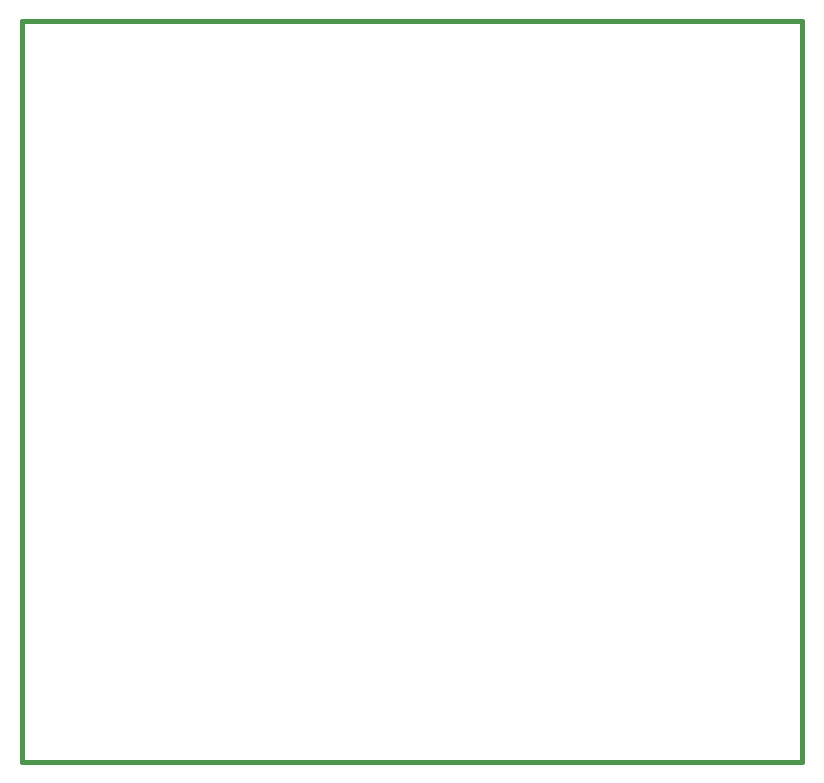
<source format=gbr>
G04 (created by PCBNEW-RS274X (2010-03-14)-final) date jue 03 nov 2011 22:05:38 ART*
G01*
G70*
G90*
%MOIN*%
G04 Gerber Fmt 3.4, Leading zero omitted, Abs format*
%FSLAX34Y34*%
G04 APERTURE LIST*
%ADD10C,0.000100*%
%ADD11C,0.015000*%
G04 APERTURE END LIST*
G54D10*
G54D11*
X41250Y-29200D02*
X41400Y-29200D01*
X41250Y-53900D02*
X41250Y-29200D01*
X41400Y-53900D02*
X41250Y-53900D01*
X41550Y-53900D02*
X41400Y-53900D01*
X41700Y-53900D02*
X41550Y-53900D01*
X41850Y-53900D02*
X41700Y-53900D01*
X67250Y-53900D02*
X41850Y-53900D01*
X67250Y-29200D02*
X67250Y-53900D01*
X67150Y-29200D02*
X67250Y-29200D01*
X41300Y-29200D02*
X67150Y-29200D01*
M02*

</source>
